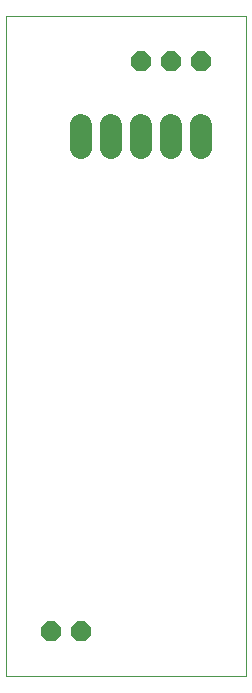
<source format=gbl>
G75*
G70*
%OFA0B0*%
%FSLAX24Y24*%
%IPPOS*%
%LPD*%
%AMOC8*
5,1,8,0,0,1.08239X$1,22.5*
%
%ADD10C,0.0000*%
%ADD11C,0.0740*%
%ADD12OC8,0.0660*%
D10*
X000101Y000101D02*
X000101Y022101D01*
X008101Y022101D01*
X008101Y000101D01*
X000101Y000101D01*
D11*
X002601Y017731D02*
X002601Y018471D01*
X003601Y018471D02*
X003601Y017731D01*
X004601Y017731D02*
X004601Y018471D01*
X005601Y018471D02*
X005601Y017731D01*
X006601Y017731D02*
X006601Y018471D01*
D12*
X006601Y020601D03*
X005601Y020601D03*
X004601Y020601D03*
X002601Y001601D03*
X001601Y001601D03*
M02*

</source>
